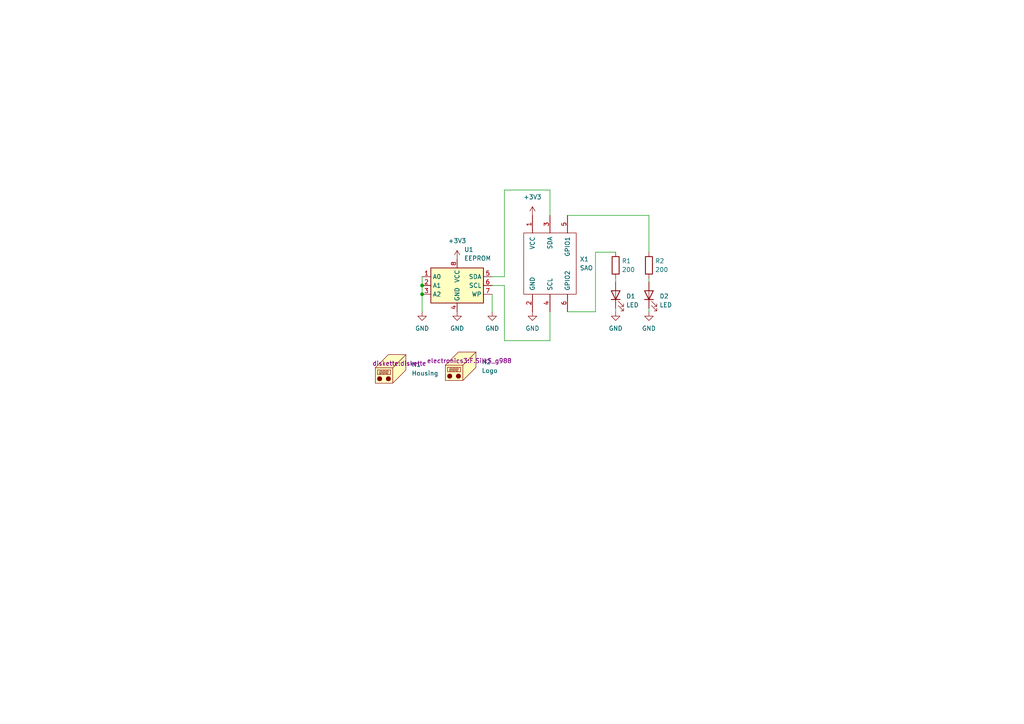
<source format=kicad_sch>
(kicad_sch (version 20211123) (generator eeschema)
  (paper "A4")
  (lib_symbols
    (symbol "Device:LED" (pin_numbers hide) (pin_names (offset 1.016) hide)
      (property "Reference" "D" (at 0 2.54 0))
      (property "Value" "LED" (at 0 -2.54 0))
      (symbol "LED_0_1"
        (polyline (pts (xy -1.27 -1.27) (xy -1.27 1.27)) (stroke (width 0.254)))
        (polyline (pts (xy -1.27 0) (xy 1.27 0)))
        (polyline (pts (xy 1.27 -1.27) (xy 1.27 1.27) (xy -1.27 0) (xy 1.27 -1.27)) (stroke (width 0.254)))
        (polyline (pts (xy -3.048 -0.762) (xy -4.572 -2.286) (xy -3.81 -2.286) (xy -4.572 -2.286) (xy -4.572 -1.524)))
        (polyline (pts (xy -1.778 -0.762) (xy -3.302 -2.286) (xy -2.54 -2.286) (xy -3.302 -2.286) (xy -3.302 -1.524)))
      )
      (symbol "LED_1_1"
        (pin passive line (at -3.81 0 0) (length 2.54) (name "K") (number "1"))
        (pin passive line (at 3.81 0 180) (length 2.54) (name "A") (number "2"))
      )
    )
    (symbol "Device:R" (pin_numbers hide) (pin_names (offset 0))
      (property "Reference" "R" (at 2.032 0 90))
      (property "Value" "R" (at 0 0 90))
      (symbol "R_0_1"
        (rectangle (start -1.016 -2.54) (end 1.016 2.54) (stroke (width 0.254)))
      )
      (symbol "R_1_1"
        (pin passive line (at 0 3.81 270) (length 1.27) (name "~") (number "1"))
        (pin passive line (at 0 -3.81 90) (length 1.27) (name "~") (number "2"))
      )
    )
    (symbol "Mechanical:Housing" (pin_names (offset 1.016))
      (property "Reference" "N" (at 3.81 0 0))
      (property "Value" "Housing" (at 3.81 -1.905 0))
      (symbol "Housing_0_1"
        (rectangle (start -5.08 -0.635) (end -1.27 -1.905))
        (circle (center -4.445 -3.175) (radius 0.635) (fill (type outline)))
        (circle (center -1.905 -3.175) (radius 0.635) (fill (type outline)))
        (polyline (pts (xy -4.5212 -1.5748) (xy -4.4704 -1.3716)))
        (polyline (pts (xy -4.4196 -1.6764) (xy -4.064 -1.6764)))
        (polyline (pts (xy -4.4196 -1.2192) (xy -4.3688 -0.9652)))
        (polyline (pts (xy -4.318 -1.3208) (xy -4.0132 -1.3208)))
        (polyline (pts (xy -4.2164 -0.9144) (xy -3.9116 -0.9144)))
        (polyline (pts (xy -3.9116 -1.6256) (xy -3.8608 -1.3716)))
        (polyline (pts (xy -3.81 -1.2192) (xy -3.7592 -0.9652)))
        (polyline (pts (xy -3.6068 -1.5748) (xy -3.556 -1.3716)))
        (polyline (pts (xy -3.5052 -1.6764) (xy -3.1496 -1.6764)))
        (polyline (pts (xy -3.5052 -1.2192) (xy -3.4544 -0.9652)))
        (polyline (pts (xy -3.4036 -1.3208) (xy -3.0988 -1.3208)))
        (polyline (pts (xy -3.302 -0.9144) (xy -2.9972 -0.9144)))
        (polyline (pts (xy -2.9972 -1.6256) (xy -2.9464 -1.3716)))
        (polyline (pts (xy -2.8956 -1.2192) (xy -2.8448 -0.9652)))
        (polyline (pts (xy -2.6924 -1.5748) (xy -2.6416 -1.3716)))
        (polyline (pts (xy -2.5908 -1.6764) (xy -2.2352 -1.6764)))
        (polyline (pts (xy -2.5908 -1.2192) (xy -2.54 -0.9652)))
        (polyline (pts (xy -2.4892 -1.3208) (xy -2.1844 -1.3208)))
        (polyline (pts (xy -2.3876 -0.9144) (xy -2.0828 -0.9144)))
        (polyline (pts (xy -2.0828 -1.6256) (xy -2.032 -1.3716)))
        (polyline (pts (xy -1.9812 -1.2192) (xy -1.9304 -0.9652)))
        (polyline (pts (xy -0.635 0) (xy -0.635 -4.445)))
        (polyline (pts (xy -5.715 0) (xy -0.635 0) (xy 3.175 3.81)))
        (polyline (pts (xy -5.715 0) (xy -5.715 -4.445) (xy -0.635 -4.445) (xy 3.175 -0.635) (xy 3.175 3.81) (xy -1.905 3.81) (xy -5.715 0)) (fill (type background)))
      )
    )
    (symbol "Memory_EEPROM:AT24CS64-SSHM"
      (property "Reference" "U" (at -7.62 6.35 0))
      (property "Value" "AT24CS64-SSHM" (at 2.54 -6.35 0))
      (symbol "AT24CS64-SSHM_1_1"
        (rectangle (start -7.62 5.08) (end 7.62 -5.08) (stroke (width 0.254)) (fill (type background)))
        (pin input line (at -10.16 2.54 0) (length 2.54) (name "A0") (number "1"))
        (pin input line (at -10.16 0 0) (length 2.54) (name "A1") (number "2"))
        (pin input line (at -10.16 -2.54 0) (length 2.54) (name "A2") (number "3"))
        (pin power_in line (at 0 -7.62 90) (length 2.54) (name "GND") (number "4"))
        (pin bidirectional line (at 10.16 2.54 180) (length 2.54) (name "SDA") (number "5"))
        (pin input line (at 10.16 0 180) (length 2.54) (name "SCL") (number "6"))
        (pin input line (at 10.16 -2.54 180) (length 2.54) (name "WP") (number "7"))
        (pin power_in line (at 0 7.62 270) (length 2.54) (name "VCC") (number "8"))
      )
    )
    (symbol "badgelife_shitty_addon_v169bis:Badgelife_sao_connector_v169bis" (pin_names (offset 1.016))
      (property "Reference" "X" (at 0 0 0))
      (property "Value" "Badgelife_sao_connector_v169bis" (at 0 20.32 0))
      (symbol "Badgelife_sao_connector_v169bis_0_1"
        (rectangle (start -7.62 8.89) (end 7.62 -8.89))
      )
      (symbol "Badgelife_sao_connector_v169bis_1_1"
        (pin input line (at -5.08 13.97 270) (length 5.08) (name "VCC") (number "1"))
        (pin input line (at -5.08 -13.97 90) (length 5.08) (name "GND") (number "2"))
        (pin input line (at 0 13.97 270) (length 5.08) (name "SDA") (number "3"))
        (pin input line (at 0 -13.97 90) (length 5.08) (name "SCL") (number "4"))
        (pin input line (at 5.08 13.97 270) (length 5.08) (name "GPIO1") (number "5"))
        (pin input line (at 5.08 -13.97 90) (length 5.08) (name "GPIO2") (number "6"))
      )
    )
    (symbol "power:+3.3V" (power) (pin_names (offset 0))
      (property "Value" "+3.3V" (at 0 3.556 0))
      (symbol "+3.3V_0_1"
        (polyline (pts (xy -0.762 1.27) (xy 0 2.54)))
        (polyline (pts (xy 0 0) (xy 0 2.54)))
        (polyline (pts (xy 0 2.54) (xy 0.762 1.27)))
      )
      (symbol "+3.3V_1_1"
        (pin power_in line (at 0 0 90) (length 0) hide (name "+3V3") (number "1"))
      )
    )
    (symbol "power:GND" (power) (pin_names (offset 0))
      (property "Value" "GND" (at 0 -3.81 0))
      (symbol "GND_0_1"
        (polyline (pts (xy 0 0) (xy 0 -1.27) (xy 1.27 -1.27) (xy 0 -2.54) (xy -1.27 -1.27) (xy 0 -1.27)))
      )
      (symbol "GND_1_1"
        (pin power_in line (at 0 0 270) (length 0) hide (name "GND") (number "1"))
      )
    )
  )
  (junction (at 122.428 85.344))
  (junction (at 122.428 82.804))
  (wire (pts (xy 142.748 85.344) (xy 142.748 90.424)))
  (wire (pts (xy 146.304 80.264) (xy 146.304 55.118)))
  (wire (pts (xy 159.512 55.118) (xy 159.512 62.484)))
  (wire (pts (xy 122.428 80.264) (xy 122.428 82.804)))
  (wire (pts (xy 146.304 98.806) (xy 146.304 82.804)))
  (wire (pts (xy 188.214 62.484) (xy 188.214 73.152)))
  (wire (pts (xy 172.72 90.424) (xy 164.592 90.424)))
  (wire (pts (xy 188.214 89.408) (xy 188.214 90.424)))
  (wire (pts (xy 159.512 98.806) (xy 146.304 98.806)))
  (wire (pts (xy 146.304 82.804) (xy 142.748 82.804)))
  (wire (pts (xy 178.562 80.772) (xy 178.562 81.788)))
  (wire (pts (xy 142.748 80.264) (xy 146.304 80.264)))
  (wire (pts (xy 178.562 73.152) (xy 172.72 73.152)))
  (wire (pts (xy 122.428 85.344) (xy 122.428 90.424)))
  (wire (pts (xy 159.512 90.424) (xy 159.512 98.806)))
  (wire (pts (xy 146.304 55.118) (xy 159.512 55.118)))
  (wire (pts (xy 164.592 62.484) (xy 188.214 62.484)))
  (wire (pts (xy 172.72 73.152) (xy 172.72 90.424)))
  (wire (pts (xy 188.214 80.772) (xy 188.214 81.788)))
  (wire (pts (xy 122.428 82.804) (xy 122.428 85.344)))
  (wire (pts (xy 178.562 89.408) (xy 178.562 90.424)))
  (symbol (lib_id "Mechanical:Housing") (at 134.874 105.918 0) (unit 1)
    (property "Reference" "N2" (at 139.7 104.9654 0) (effects (justify left)))
    (property "Value" "Logo" (at 139.7 107.5054 0) (effects (justify left)))
    (property "Footprint" "electronics3:F.SilkS_g988" (at 136.144 104.648 0))
  )
  (symbol (lib_id "power:GND") (at 188.214 90.424 0) (unit 1)
    (property "Reference" "#PWR0107" (effects hide))
    (property "Value" "GND" (at 188.214 95.25 0))
  )
  (symbol (lib_id "badgelife_shitty_addon_v169bis:Badgelife_sao_connector_v169bis") (at 159.512 76.454 0) (unit 1)
    (property "Reference" "X1" (at 168.148 75.1839 0) (effects (justify left)))
    (property "Value" "SAO" (at 168.148 77.7239 0) (effects (justify left)))
    (property "Footprint" "badgelife_sao_v169bis:Badgelife-SAOv169-SAO-2x3" (effects hide))
  )
  (symbol (lib_id "Device:R") (at 178.562 76.962 0) (unit 1)
    (property "Reference" "R1" (at 180.34 75.6919 0) (effects (justify left)))
    (property "Value" "200" (at 180.34 78.2319 0) (effects (justify left)))
    (property "Footprint" "Resistor_SMD:R_0805_2012Metric_Pad1.20x1.40mm_HandSolder" (effects hide))
  )
  (symbol (lib_id "power:GND") (at 122.428 90.424 0) (unit 1)
    (property "Reference" "#PWR0103" (effects hide))
    (property "Value" "GND" (at 122.428 95.25 0))
  )
  (symbol (lib_id "Device:LED") (at 178.562 85.598 90) (unit 1)
    (property "Reference" "D1" (at 181.61 85.9154 90) (effects (justify right)))
    (property "Value" "LED" (at 181.61 88.4554 90) (effects (justify right)))
    (property "Footprint" "LED_SMD:LED_0805_2012Metric_Pad1.15x1.40mm_HandSolder" (effects hide))
  )
  (symbol (lib_id "power:GND") (at 178.562 90.424 0) (unit 1)
    (property "Reference" "#PWR0108" (effects hide))
    (property "Value" "GND" (at 178.562 95.25 0))
  )
  (symbol (lib_id "Memory_EEPROM:AT24CS64-SSHM") (at 132.588 82.804 0) (unit 1)
    (property "Reference" "U1" (at 134.6074 72.39 0) (effects (justify left)))
    (property "Value" "EEPROM" (at 134.6074 74.93 0) (effects (justify left)))
    (property "Footprint" "Package_SO:SOIC-8_3.9x4.9mm_P1.27mm" (effects hide))
    (property "Datasheet" "http://ww1.microchip.com/downloads/en/DeviceDoc/Atmel-8870-SEEPROM-AT24CS64-Datasheet.pdf" (effects hide))
  )
  (symbol (lib_id "Mechanical:Housing") (at 114.554 106.68 0) (unit 1)
    (property "Reference" "N1" (at 119.38 105.7274 0) (effects (justify left)))
    (property "Value" "Housing" (at 119.38 108.2674 0) (effects (justify left)))
    (property "Footprint" "diskette:diskette" (at 115.824 105.41 0))
  )
  (symbol (lib_id "power:GND") (at 154.432 90.424 0) (unit 1)
    (property "Reference" "#PWR0105" (effects hide))
    (property "Value" "GND" (at 154.432 95.25 0))
  )
  (symbol (lib_id "power:GND") (at 132.588 90.424 0) (unit 1)
    (property "Reference" "#PWR0102" (effects hide))
    (property "Value" "GND" (at 132.588 95.25 0))
  )
  (symbol (lib_id "power:+3.3V") (at 154.432 62.484 0) (unit 1)
    (property "Reference" "#PWR0101" (effects hide))
    (property "Value" "+3.3V" (at 154.432 57.15 0))
  )
  (symbol (lib_id "Device:R") (at 188.214 76.962 0) (unit 1)
    (property "Reference" "R2" (at 189.992 75.6919 0) (effects (justify left)))
    (property "Value" "200" (at 189.992 78.2319 0) (effects (justify left)))
    (property "Footprint" "Resistor_SMD:R_0805_2012Metric_Pad1.20x1.40mm_HandSolder" (effects hide))
  )
  (symbol (lib_id "Device:LED") (at 188.214 85.598 90) (unit 1)
    (property "Reference" "D2" (at 191.262 85.9154 90) (effects (justify right)))
    (property "Value" "LED" (at 191.262 88.4554 90) (effects (justify right)))
    (property "Footprint" "LED_SMD:LED_0805_2012Metric_Pad1.15x1.40mm_HandSolder" (effects hide))
  )
  (symbol (lib_id "power:GND") (at 142.748 90.424 0) (unit 1)
    (property "Reference" "#PWR0106" (effects hide))
    (property "Value" "GND" (at 142.748 95.25 0))
  )
  (symbol (lib_id "power:+3.3V") (at 132.588 75.184 0) (unit 1)
    (property "Reference" "#PWR0104" (effects hide))
    (property "Value" "+3.3V" (at 132.588 69.85 0))
  )
)
</source>
